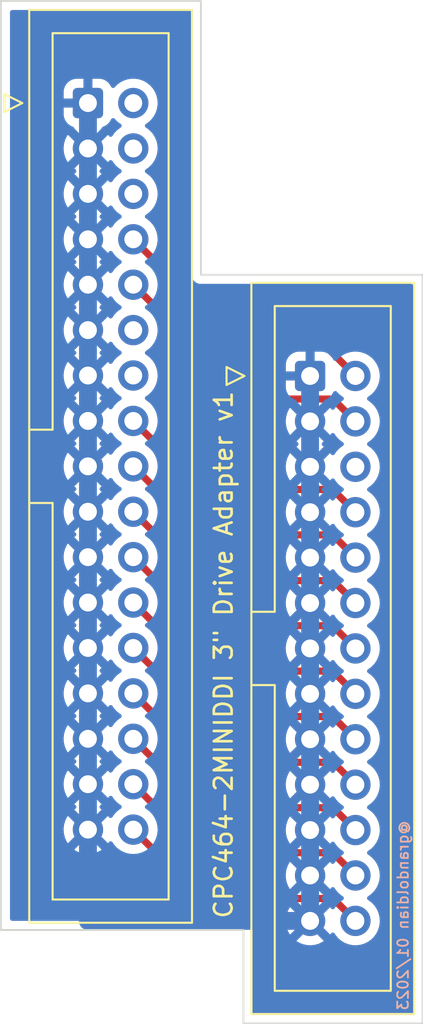
<source format=kicad_pcb>
(kicad_pcb (version 20211014) (generator pcbnew)
  (layers (0 "F.Cu" signal) (31 "B.Cu" signal) (34 "B.Paste" user) (35 "F.Paste" user) (36 "B.SilkS" user "B.Silkscreen") (37 "F.SilkS" user "F.Silkscreen") (38 "B.Mask" user) (39 "F.Mask" user) (44 "Edge.Cuts" user))
  (net 0 "")
  (net 1 "GND")
  (net 5 "fINDEX")
  (net 6 "fDRIVE0")
  (net 7 "fDRIVE1")
  (net 9 "fMOTOR1")
  (net 10 "fDIR")
  (net 11 "fSTEP")
  (net 12 "fWDATA")
  (net 13 "fWGATE")
  (net 14 "fTRACK0")
  (net 15 "fWRITEPROT")
  (net 16 "fREAD")
  (net 17 "fSIDE1")
  (net 18 "fREADY")
  (footprint "Connector_IDC:IDC-Header_2x17_P2.54mm_Vertical" (layer "F.Cu") (at 63.5508 64.4652)
    (fp_text reference "CD1" hide)
    (fp_text value "PC" hide)
    (fp_line (start -1.98 18.27) (end -1.98 -3.91) (layer "F.SilkS") (width 0.12))
    (fp_line (start -1.98 22.37) (end -3.29 22.37) (layer "F.SilkS") (width 0.12))
    (fp_line (start -1.98 44.55) (end -1.98 22.37) (layer "F.SilkS") (width 0.12))
    (fp_line (start -3.29 18.27) (end -1.98 18.27) (layer "F.SilkS") (width 0.12))
    (fp_line (start 5.83 45.85) (end -3.29 45.85) (layer "F.SilkS") (width 0.12))
    (fp_line (start -1.98 22.37) (end -1.98 22.37) (layer "F.SilkS") (width 0.12))
    (fp_line (start -4.68 0.5) (end -3.68 0) (layer "F.SilkS") (width 0.12))
    (fp_line (start -3.29 45.85) (end -3.29 -5.21) (layer "F.SilkS") (width 0.12))
    (fp_line (start 5.83 -5.21) (end 5.83 45.85) (layer "F.SilkS") (width 0.12))
    (fp_line (start 4.52 -3.91) (end 4.52 44.55) (layer "F.SilkS") (width 0.12))
    (fp_line (start -4.68 -0.5) (end -4.68 0.5) (layer "F.SilkS") (width 0.12))
    (fp_line (start -3.29 -5.21) (end 5.83 -5.21) (layer "F.SilkS") (width 0.12))
    (fp_line (start 4.52 44.55) (end -1.98 44.55) (layer "F.SilkS") (width 0.12))
    (fp_line (start -1.98 -3.91) (end 4.52 -3.91) (layer "F.SilkS") (width 0.12))
    (fp_line (start -3.68 0) (end -4.68 -0.5) (layer "F.SilkS") (width 0.12))
    (pad "1" thru_hole roundrect (at 0 0) (size 1.7 1.7) (drill 1) (layers *.Cu *.Mask) (roundrect_rratio 0.1470588235) (net 1 "GND"))
    (pad "2" thru_hole circle (at 2.54 0) (size 1.7 1.7) (drill 1) (layers *.Cu *.Mask))
    (pad "3" thru_hole circle (at 0 2.54) (size 1.7 1.7) (drill 1) (layers *.Cu *.Mask) (net 1 "GND"))
    (pad "4" thru_hole circle (at 2.54 2.54) (size 1.7 1.7) (drill 1) (layers *.Cu *.Mask))
    (pad "5" thru_hole circle (at 0 5.08) (size 1.7 1.7) (drill 1) (layers *.Cu *.Mask) (net 1 "GND"))
    (pad "6" thru_hole circle (at 2.54 5.08) (size 1.7 1.7) (drill 1) (layers *.Cu *.Mask))
    (pad "7" thru_hole circle (at 0 7.62) (size 1.7 1.7) (drill 1) (layers *.Cu *.Mask) (net 1 "GND"))
    (pad "8" thru_hole circle (at 2.54 7.62) (size 1.7 1.7) (drill 1) (layers *.Cu *.Mask) (net 5 "fINDEX"))
    (pad "9" thru_hole circle (at 0 10.16) (size 1.7 1.7) (drill 1) (layers *.Cu *.Mask) (net 1 "GND"))
    (pad "10" thru_hole circle (at 2.54 10.16) (size 1.7 1.7) (drill 1) (layers *.Cu *.Mask) (net 6 "fDRIVE0"))
    (pad "11" thru_hole circle (at 0 12.7) (size 1.7 1.7) (drill 1) (layers *.Cu *.Mask) (net 1 "GND"))
    (pad "12" thru_hole circle (at 2.54 12.7) (size 1.7 1.7) (drill 1) (layers *.Cu *.Mask) (net 7 "fDRIVE1"))
    (pad "13" thru_hole circle (at 0 15.24) (size 1.7 1.7) (drill 1) (layers *.Cu *.Mask) (net 1 "GND"))
    (pad "14" thru_hole circle (at 2.54 15.24) (size 1.7 1.7) (drill 1) (layers *.Cu *.Mask))
    (pad "15" thru_hole circle (at 0 17.78) (size 1.7 1.7) (drill 1) (layers *.Cu *.Mask) (net 1 "GND"))
    (pad "16" thru_hole circle (at 2.54 17.78) (size 1.7 1.7) (drill 1) (layers *.Cu *.Mask) (net 9 "fMOTOR1"))
    (pad "17" thru_hole circle (at 0 20.32) (size 1.7 1.7) (drill 1) (layers *.Cu *.Mask) (net 1 "GND"))
    (pad "18" thru_hole circle (at 2.54 20.32) (size 1.7 1.7) (drill 1) (layers *.Cu *.Mask) (net 10 "fDIR"))
    (pad "19" thru_hole circle (at 0 22.86) (size 1.7 1.7) (drill 1) (layers *.Cu *.Mask) (net 1 "GND"))
    (pad "20" thru_hole circle (at 2.54 22.86) (size 1.7 1.7) (drill 1) (layers *.Cu *.Mask) (net 11 "fSTEP"))
    (pad "21" thru_hole circle (at 0 25.4) (size 1.7 1.7) (drill 1) (layers *.Cu *.Mask) (net 1 "GND"))
    (pad "22" thru_hole circle (at 2.54 25.4) (size 1.7 1.7) (drill 1) (layers *.Cu *.Mask) (net 12 "fWDATA"))
    (pad "23" thru_hole circle (at 0 27.94) (size 1.7 1.7) (drill 1) (layers *.Cu *.Mask) (net 1 "GND"))
    (pad "24" thru_hole circle (at 2.54 27.94) (size 1.7 1.7) (drill 1) (layers *.Cu *.Mask) (net 13 "fWGATE"))
    (pad "25" thru_hole circle (at 0 30.48) (size 1.7 1.7) (drill 1) (layers *.Cu *.Mask) (net 1 "GND"))
    (pad "26" thru_hole circle (at 2.54 30.48) (size 1.7 1.7) (drill 1) (layers *.Cu *.Mask) (net 14 "fTRACK0"))
    (pad "27" thru_hole circle (at 0 33.02) (size 1.7 1.7) (drill 1) (layers *.Cu *.Mask) (net 1 "GND"))
    (pad "28" thru_hole circle (at 2.54 33.02) (size 1.7 1.7) (drill 1) (layers *.Cu *.Mask) (net 15 "fWRITEPROT"))
    (pad "29" thru_hole circle (at 0 35.56) (size 1.7 1.7) (drill 1) (layers *.Cu *.Mask) (net 1 "GND"))
    (pad "30" thru_hole circle (at 2.54 35.56) (size 1.7 1.7) (drill 1) (layers *.Cu *.Mask) (net 16 "fREAD"))
    (pad "31" thru_hole circle (at 0 38.1) (size 1.7 1.7) (drill 1) (layers *.Cu *.Mask) (net 1 "GND"))
    (pad "32" thru_hole circle (at 2.54 38.1) (size 1.7 1.7) (drill 1) (layers *.Cu *.Mask) (net 17 "fSIDE1"))
    (pad "33" thru_hole circle (at 0 40.64) (size 1.7 1.7) (drill 1) (layers *.Cu *.Mask) (net 1 "GND"))
    (pad "34" thru_hole circle (at 2.54 40.64) (size 1.7 1.7) (drill 1) (layers *.Cu *.Mask) (net 18 "fREADY"))
  )
  (footprint "Connector_IDC:IDC-Header_2x13_P2.54mm_Vertical" (layer "F.Cu") (at 75.9968 79.7306)
    (fp_text reference "CD2" hide)
    (fp_text value "AMSTRAD" hide)
    (fp_line (start 5.83 -5.21) (end 5.83 35.69) (layer "F.SilkS") (width 0.12))
    (fp_line (start -3.29 13.19) (end -1.98 13.19) (layer "F.SilkS") (width 0.12))
    (fp_line (start -3.29 -5.21) (end 5.83 -5.21) (layer "F.SilkS") (width 0.12))
    (fp_line (start 4.52 -3.91) (end 4.52 34.39) (layer "F.SilkS") (width 0.12))
    (fp_line (start -1.98 -3.91) (end 4.52 -3.91) (layer "F.SilkS") (width 0.12))
    (fp_line (start -1.98 17.29) (end -3.29 17.29) (layer "F.SilkS") (width 0.12))
    (fp_line (start -1.98 17.29) (end -1.98 17.29) (layer "F.SilkS") (width 0.12))
    (fp_line (start 5.83 35.69) (end -3.29 35.69) (layer "F.SilkS") (width 0.12))
    (fp_line (start -1.98 34.39) (end -1.98 17.29) (layer "F.SilkS") (width 0.12))
    (fp_line (start -4.68 0.5) (end -3.68 0) (layer "F.SilkS") (width 0.12))
    (fp_line (start 4.52 34.39) (end -1.98 34.39) (layer "F.SilkS") (width 0.12))
    (fp_line (start -4.68 -0.5) (end -4.68 0.5) (layer "F.SilkS") (width 0.12))
    (fp_line (start -1.98 13.19) (end -1.98 -3.91) (layer "F.SilkS") (width 0.12))
    (fp_line (start -3.68 0) (end -4.68 -0.5) (layer "F.SilkS") (width 0.12))
    (fp_line (start -3.29 35.69) (end -3.29 -5.21) (layer "F.SilkS") (width 0.12))
    (pad "1" thru_hole roundrect (at 0 0) (size 1.7 1.7) (drill 1) (layers *.Cu *.Mask) (roundrect_rratio 0.1470588235) (net 1 "GND"))
    (pad "2" thru_hole circle (at 2.54 0) (size 1.7 1.7) (drill 1) (layers *.Cu *.Mask) (net 5 "fINDEX"))
    (pad "3" thru_hole circle (at 0 2.54) (size 1.7 1.7) (drill 1) (layers *.Cu *.Mask) (net 1 "GND"))
    (pad "4" thru_hole circle (at 2.54 2.54) (size 1.7 1.7) (drill 1) (layers *.Cu *.Mask) (net 6 "fDRIVE0"))
    (pad "5" thru_hole circle (at 0 5.08) (size 1.7 1.7) (drill 1) (layers *.Cu *.Mask) (net 1 "GND"))
    (pad "6" thru_hole circle (at 2.54 5.08) (size 1.7 1.7) (drill 1) (layers *.Cu *.Mask))
    (pad "7" thru_hole circle (at 0 7.62) (size 1.7 1.7) (drill 1) (layers *.Cu *.Mask) (net 1 "GND"))
    (pad "8" thru_hole circle (at 2.54 7.62) (size 1.7 1.7) (drill 1) (layers *.Cu *.Mask) (net 9 "fMOTOR1"))
    (pad "9" thru_hole circle (at 0 10.16) (size 1.7 1.7) (drill 1) (layers *.Cu *.Mask) (net 1 "GND"))
    (pad "10" thru_hole circle (at 2.54 10.16) (size 1.7 1.7) (drill 1) (layers *.Cu *.Mask) (net 10 "fDIR"))
    (pad "11" thru_hole circle (at 0 12.7) (size 1.7 1.7) (drill 1) (layers *.Cu *.Mask) (net 1 "GND"))
    (pad "12" thru_hole circle (at 2.54 12.7) (size 1.7 1.7) (drill 1) (layers *.Cu *.Mask) (net 11 "fSTEP"))
    (pad "13" thru_hole circle (at 0 15.24) (size 1.7 1.7) (drill 1) (layers *.Cu *.Mask) (net 1 "GND"))
    (pad "14" thru_hole circle (at 2.54 15.24) (size 1.7 1.7) (drill 1) (layers *.Cu *.Mask) (net 12 "fWDATA"))
    (pad "15" thru_hole circle (at 0 17.78) (size 1.7 1.7) (drill 1) (layers *.Cu *.Mask) (net 1 "GND"))
    (pad "16" thru_hole circle (at 2.54 17.78) (size 1.7 1.7) (drill 1) (layers *.Cu *.Mask) (net 13 "fWGATE"))
    (pad "17" thru_hole circle (at 0 20.32) (size 1.7 1.7) (drill 1) (layers *.Cu *.Mask) (net 1 "GND"))
    (pad "18" thru_hole circle (at 2.54 20.32) (size 1.7 1.7) (drill 1) (layers *.Cu *.Mask) (net 14 "fTRACK0"))
    (pad "19" thru_hole circle (at 0 22.86) (size 1.7 1.7) (drill 1) (layers *.Cu *.Mask) (net 1 "GND"))
    (pad "20" thru_hole circle (at 2.54 22.86) (size 1.7 1.7) (drill 1) (layers *.Cu *.Mask) (net 15 "fWRITEPROT"))
    (pad "21" thru_hole circle (at 0 25.4) (size 1.7 1.7) (drill 1) (layers *.Cu *.Mask) (net 1 "GND"))
    (pad "22" thru_hole circle (at 2.54 25.4) (size 1.7 1.7) (drill 1) (layers *.Cu *.Mask) (net 16 "fREAD"))
    (pad "23" thru_hole circle (at 0 27.94) (size 1.7 1.7) (drill 1) (layers *.Cu *.Mask) (net 1 "GND"))
    (pad "24" thru_hole circle (at 2.54 27.94) (size 1.7 1.7) (drill 1) (layers *.Cu *.Mask) (net 17 "fSIDE1"))
    (pad "25" thru_hole circle (at 0 30.48) (size 1.7 1.7) (drill 1) (layers *.Cu *.Mask) (net 1 "GND"))
    (pad "26" thru_hole circle (at 2.54 30.48) (size 1.7 1.7) (drill 1) (layers *.Cu *.Mask) (net 18 "fREADY"))
  )
  (gr_line (start 58.674 110.7186) (end 58.674 58.7502) (layer "Edge.Cuts") (width 0.1))
  (gr_line (start 58.674 58.7502) (end 69.8754 58.7502) (layer "Edge.Cuts") (width 0.1))
  (gr_line (start 82.296 74.0664) (end 82.296 115.951) (layer "Edge.Cuts") (width 0.1))
  (gr_line (start 69.8754 74.0664) (end 82.296 74.0664) (layer "Edge.Cuts") (width 0.1))
  (gr_line (start 72.263 115.951) (end 72.263 110.7186) (layer "Edge.Cuts") (width 0.1))
  (gr_line (start 72.263 110.7186) (end 58.674 110.7186) (layer "Edge.Cuts") (width 0.1))
  (gr_line (start 69.8754 58.7502) (end 69.8754 74.0664) (layer "Edge.Cuts") (width 0.1))
  (gr_line (start 82.296 115.951) (end 72.263 115.951) (layer "Edge.Cuts") (width 0.1))
  (gr_text "@grandoldian 01/2023" (at 81.2038 109.9058 90) (layer "B.SilkS") (effects (font (size 0.6 0.6) (thickness 0.1)) (justify mirror)))
  (gr_text "CPC464-2MINIDDI 3{dblquote} Drive Adapter v1" (at 71.1454 95.3262 90) (layer "F.SilkS") (effects (font (size 1 1))))
  (segment (start 63.5508 105.1052) (end 63.5508 110.2186) (width 1) (layer "B.Cu") (net 1))
  (segment (start 75.9968 110.2106) (end 75.9968 79.7306) (width 1) (layer "B.Cu") (net 1))
  (segment (start 63.5508 110.2186) (end 63.5588 110.2106) (width 1) (layer "B.Cu") (net 1))
  (segment (start 63.5508 64.4652) (end 63.5508 105.1052) (width 1) (layer "B.Cu") (net 1))
  (segment (start 63.5588 110.2106) (end 75.9968 110.2106) (width 1) (layer "B.Cu") (net 1))
  (segment (start 73.8432 75.037) (end 69.0426 75.037) (width 0.4) (layer "F.Cu") (net 5))
  (segment (start 69.0426 75.037) (end 66.0908 72.0852) (width 0.4) (layer "F.Cu") (net 5))
  (segment (start 78.5368 79.7306) (end 73.8432 75.037) (width 0.4) (layer "F.Cu") (net 5))
  (segment (start 77.2868 81.0206) (end 72.4862 81.0206) (width 0.4) (layer "F.Cu") (net 6))
  (segment (start 72.4862 81.0206) (end 66.0908 74.6252) (width 0.4) (layer "F.Cu") (net 6))
  (segment (start 78.5368 82.2706) (end 77.2868 81.0206) (width 0.4) (layer "F.Cu") (net 6))
  (segment (start 69.9262 86.0806) (end 66.0908 82.2452) (width 0.4) (layer "F.Cu") (net 9))
  (segment (start 78.5368 87.3506) (end 77.2668 86.0806) (width 0.4) (layer "F.Cu") (net 9))
  (segment (start 77.2668 86.0806) (end 69.9262 86.0806) (width 0.4) (layer "F.Cu") (net 9))
  (segment (start 69.9262 88.6206) (end 66.0908 84.7852) (width 0.4) (layer "F.Cu") (net 10))
  (segment (start 78.5368 89.8906) (end 77.2668 88.6206) (width 0.4) (layer "F.Cu") (net 10))
  (segment (start 77.2668 88.6206) (end 69.9262 88.6206) (width 0.4) (layer "F.Cu") (net 10))
  (segment (start 69.9462 91.1806) (end 66.0908 87.3252) (width 0.4) (layer "F.Cu") (net 11))
  (segment (start 77.2868 91.1806) (end 69.9462 91.1806) (width 0.4) (layer "F.Cu") (net 11))
  (segment (start 78.5368 92.4306) (end 77.2868 91.1806) (width 0.4) (layer "F.Cu") (net 11))
  (segment (start 78.5368 94.9706) (end 77.2668 93.7006) (width 0.4) (layer "F.Cu") (net 12))
  (segment (start 77.2668 93.7006) (end 69.9262 93.7006) (width 0.4) (layer "F.Cu") (net 12))
  (segment (start 69.9262 93.7006) (end 66.0908 89.8652) (width 0.4) (layer "F.Cu") (net 12))
  (segment (start 69.9262 96.2406) (end 66.0908 92.4052) (width 0.4) (layer "F.Cu") (net 13))
  (segment (start 77.2668 96.2406) (end 69.9262 96.2406) (width 0.4) (layer "F.Cu") (net 13))
  (segment (start 78.5368 97.5106) (end 77.2668 96.2406) (width 0.4) (layer "F.Cu") (net 13))
  (segment (start 69.9262 98.7806) (end 66.0908 94.9452) (width 0.4) (layer "F.Cu") (net 14))
  (segment (start 77.2668 98.7806) (end 69.9262 98.7806) (width 0.4) (layer "F.Cu") (net 14))
  (segment (start 78.5368 100.0506) (end 77.2668 98.7806) (width 0.4) (layer "F.Cu") (net 14))
  (segment (start 69.9462 101.3406) (end 66.0908 97.4852) (width 0.4) (layer "F.Cu") (net 15))
  (segment (start 77.2868 101.3406) (end 69.9462 101.3406) (width 0.4) (layer "F.Cu") (net 15))
  (segment (start 78.5368 102.5906) (end 77.2868 101.3406) (width 0.4) (layer "F.Cu") (net 15))
  (segment (start 69.9462 103.8806) (end 66.0908 100.0252) (width 0.4) (layer "F.Cu") (net 16))
  (segment (start 77.2868 103.8806) (end 69.9462 103.8806) (width 0.4) (layer "F.Cu") (net 16))
  (segment (start 78.5368 105.1306) (end 77.2868 103.8806) (width 0.4) (layer "F.Cu") (net 16))
  (segment (start 69.9262 106.4006) (end 66.0908 102.5652) (width 0.4) (layer "F.Cu") (net 17))
  (segment (start 78.5368 107.6706) (end 77.2668 106.4006) (width 0.4) (layer "F.Cu") (net 17))
  (segment (start 77.2668 106.4006) (end 69.9262 106.4006) (width 0.4) (layer "F.Cu") (net 17))
  (segment (start 78.5368 110.2106) (end 77.2868 108.9606) (width 0.4) (layer "F.Cu") (net 18))
  (segment (start 77.2868 108.9606) (end 69.9462 108.9606) (width 0.4) (layer "F.Cu") (net 18))
  (segment (start 69.9462 108.9606) (end 66.0908 105.1052) (width 0.4) (layer "F.Cu") (net 18))
  (zone (net 1) (net_name "GND") (layer "B.Cu") (connect_pads (clearance 0.508)) (min_thickness 0.254) (fill yes (thermal_gap 0.508) (thermal_bridge_width 0.508))
    (polygon (pts (xy 69.8246 74.1172) (xy 82.2452 74.1172) (xy 82.2452 115.9002) (xy 72.3138 115.9256) (xy 72.3138 110.6678) (xy 58.7248 110.6678) (xy 58.7248 58.801) (xy 69.8246 58.801)))
  )
)
</source>
